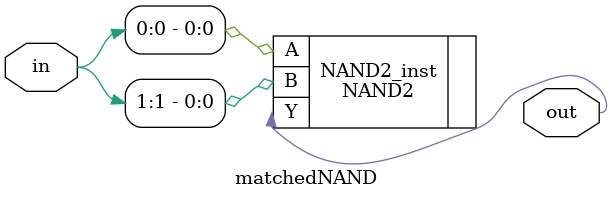
<source format=v>
`timescale 1ns / 1ps


module matchedNAND(
    input [1:0] 	in,	//	NAND input.
    output 			out	//	NAND output.
    );
	
//	Instantiation NAND gate:
	NAND2 NAND2_inst (
        .A(in[0]),
        .B(in[1]),
        .Y(out)
    );

endmodule

</source>
